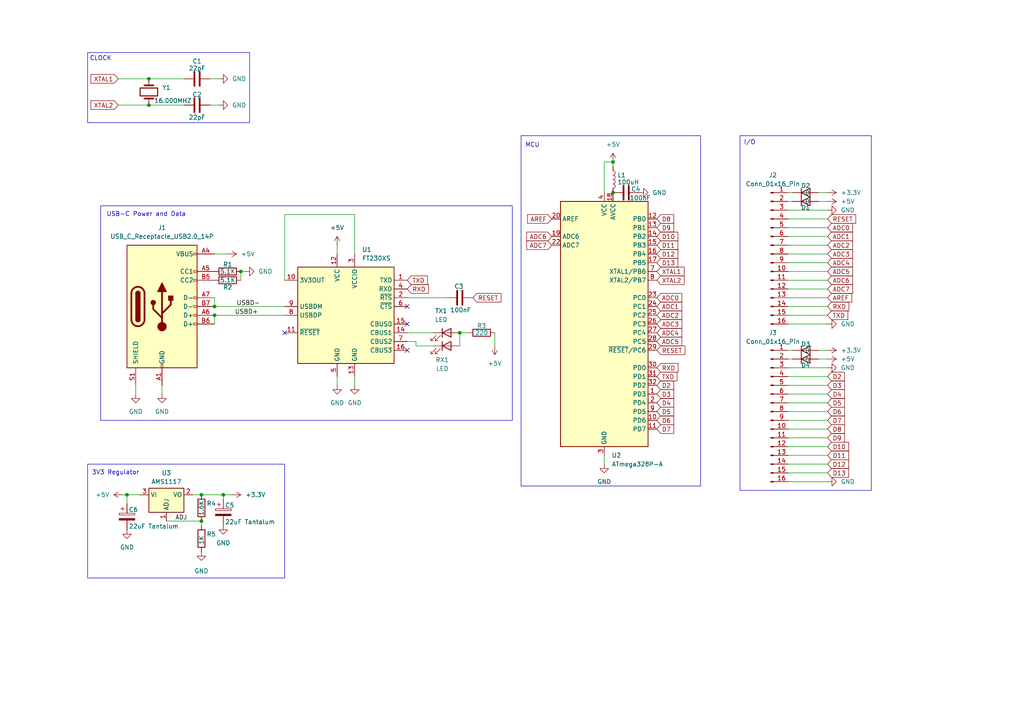
<source format=kicad_sch>
(kicad_sch (version 20250114) (generator "eeschema") (generator_version "9.0")
  (paper "A4")
  (lib_symbols
    (symbol "Connector:Conn_01x16_Pin" (pin_names (offset 1.016) (hide yes))
      (property "Reference" "J" (at 0 20.32 0))
      (property "Value" "Conn_01x16_Pin" (at 0 -22.86 0))
      (symbol "Conn_01x16_Pin_1_1"
        (rectangle (start 0.8636 17.907) (end 0 17.653) (stroke (width 0.1524)) (fill (type outline)))
        (rectangle (start 0.8636 15.367) (end 0 15.113) (stroke (width 0.1524)) (fill (type outline)))
        (rectangle (start 0.8636 12.827) (end 0 12.573) (stroke (width 0.1524)) (fill (type outline)))
        (rectangle (start 0.8636 10.287) (end 0 10.033) (stroke (width 0.1524)) (fill (type outline)))
        (rectangle (start 0.8636 7.747) (end 0 7.493) (stroke (width 0.1524)) (fill (type outline)))
        (rectangle (start 0.8636 5.207) (end 0 4.953) (stroke (width 0.1524)) (fill (type outline)))
        (rectangle (start 0.8636 2.667) (end 0 2.413) (stroke (width 0.1524)) (fill (type outline)))
        (rectangle (start 0.8636 0.127) (end 0 -0.127) (stroke (width 0.1524)) (fill (type outline)))
        (rectangle (start 0.8636 -2.413) (end 0 -2.667) (stroke (width 0.1524)) (fill (type outline)))
        (rectangle (start 0.8636 -4.953) (end 0 -5.207) (stroke (width 0.1524)) (fill (type outline)))
        (rectangle (start 0.8636 -7.493) (end 0 -7.747) (stroke (width 0.1524)) (fill (type outline)))
        (rectangle (start 0.8636 -10.033) (end 0 -10.287) (stroke (width 0.1524)) (fill (type outline)))
        (rectangle (start 0.8636 -12.573) (end 0 -12.827) (stroke (width 0.1524)) (fill (type outline)))
        (rectangle (start 0.8636 -15.113) (end 0 -15.367) (stroke (width 0.1524)) (fill (type outline)))
        (rectangle (start 0.8636 -17.653) (end 0 -17.907) (stroke (width 0.1524)) (fill (type outline)))
        (rectangle (start 0.8636 -20.193) (end 0 -20.447) (stroke (width 0.1524)) (fill (type outline)))
        (polyline (pts (xy 1.27 17.78) (xy 0.8636 17.78)) (stroke (width 0.1524)))
        (polyline (pts (xy 1.27 15.24) (xy 0.8636 15.24)) (stroke (width 0.1524)))
        (polyline (pts (xy 1.27 12.7) (xy 0.8636 12.7)) (stroke (width 0.1524)))
        (polyline (pts (xy 1.27 10.16) (xy 0.8636 10.16)) (stroke (width 0.1524)))
        (polyline (pts (xy 1.27 7.62) (xy 0.8636 7.62)) (stroke (width 0.1524)))
        (polyline (pts (xy 1.27 5.08) (xy 0.8636 5.08)) (stroke (width 0.1524)))
        (polyline (pts (xy 1.27 2.54) (xy 0.8636 2.54)) (stroke (width 0.1524)))
        (polyline (pts (xy 1.27 0) (xy 0.8636 0)) (stroke (width 0.1524)))
        (polyline (pts (xy 1.27 -2.54) (xy 0.8636 -2.54)) (stroke (width 0.1524)))
        (polyline (pts (xy 1.27 -5.08) (xy 0.8636 -5.08)) (stroke (width 0.1524)))
        (polyline (pts (xy 1.27 -7.62) (xy 0.8636 -7.62)) (stroke (width 0.1524)))
        (polyline (pts (xy 1.27 -10.16) (xy 0.8636 -10.16)) (stroke (width 0.1524)))
        (polyline (pts (xy 1.27 -12.7) (xy 0.8636 -12.7)) (stroke (width 0.1524)))
        (polyline (pts (xy 1.27 -15.24) (xy 0.8636 -15.24)) (stroke (width 0.1524)))
        (polyline (pts (xy 1.27 -17.78) (xy 0.8636 -17.78)) (stroke (width 0.1524)))
        (polyline (pts (xy 1.27 -20.32) (xy 0.8636 -20.32)) (stroke (width 0.1524)))
        (pin passive line (at 5.08 17.78 180) (length 3.81) (name "Pin_1") (number "1"))
        (pin passive line (at 5.08 15.24 180) (length 3.81) (name "Pin_2") (number "2"))
        (pin passive line (at 5.08 12.7 180) (length 3.81) (name "Pin_3") (number "3"))
        (pin passive line (at 5.08 10.16 180) (length 3.81) (name "Pin_4") (number "4"))
        (pin passive line (at 5.08 7.62 180) (length 3.81) (name "Pin_5") (number "5"))
        (pin passive line (at 5.08 5.08 180) (length 3.81) (name "Pin_6") (number "6"))
        (pin passive line (at 5.08 2.54 180) (length 3.81) (name "Pin_7") (number "7"))
        (pin passive line (at 5.08 0 180) (length 3.81) (name "Pin_8") (number "8"))
        (pin passive line (at 5.08 -2.54 180) (length 3.81) (name "Pin_9") (number "9"))
        (pin passive line (at 5.08 -5.08 180) (length 3.81) (name "Pin_10") (number "10"))
        (pin passive line (at 5.08 -7.62 180) (length 3.81) (name "Pin_11") (number "11"))
        (pin passive line (at 5.08 -10.16 180) (length 3.81) (name "Pin_12") (number "12"))
        (pin passive line (at 5.08 -12.7 180) (length 3.81) (name "Pin_13") (number "13"))
        (pin passive line (at 5.08 -15.24 180) (length 3.81) (name "Pin_14") (number "14"))
        (pin passive line (at 5.08 -17.78 180) (length 3.81) (name "Pin_15") (number "15"))
        (pin passive line (at 5.08 -20.32 180) (length 3.81) (name "Pin_16") (number "16"))
      )
    )
    (symbol "Connector:USB_C_Receptacle_USB2.0_14P" (pin_names (offset 1.016))
      (property "Reference" "J" (at 0 22.225 0))
      (property "Value" "USB_C_Receptacle_USB2.0_14P" (at 0 19.685 0))
      (symbol "USB_C_Receptacle_USB2.0_14P_0_0"
        (rectangle (start -0.254 -17.78) (end 0.254 -16.764))
        (rectangle (start 10.16 15.494) (end 9.144 14.986))
        (rectangle (start 10.16 10.414) (end 9.144 9.906))
        (rectangle (start 10.16 7.874) (end 9.144 7.366))
        (rectangle (start 10.16 2.794) (end 9.144 2.286))
        (rectangle (start 10.16 0.254) (end 9.144 -0.254))
        (rectangle (start 10.16 -2.286) (end 9.144 -2.794))
        (rectangle (start 10.16 -4.826) (end 9.144 -5.334))
      )
      (symbol "USB_C_Receptacle_USB2.0_14P_0_1"
        (rectangle (start -10.16 17.78) (end 10.16 -17.78) (stroke (width 0.254)) (fill (type background)))
        (polyline (pts (xy -8.89 -3.81) (xy -8.89 3.81)) (stroke (width 0.508)))
        (rectangle (start -7.62 -3.81) (end -6.35 3.81) (stroke (width 0.254)) (fill (type outline)))
        (arc (start -7.62 3.81) (mid -6.985 4.4423) (end -6.35 3.81) (stroke (width 0.254)))
        (arc (start -7.62 3.81) (mid -6.985 4.4423) (end -6.35 3.81) (stroke (width 0.254)) (fill (type outline)))
        (arc (start -8.89 3.81) (mid -6.985 5.7067) (end -5.08 3.81) (stroke (width 0.508)))
        (arc (start -5.08 -3.81) (mid -6.985 -5.7067) (end -8.89 -3.81) (stroke (width 0.508)))
        (arc (start -6.35 -3.81) (mid -6.985 -4.4423) (end -7.62 -3.81) (stroke (width 0.254)))
        (arc (start -6.35 -3.81) (mid -6.985 -4.4423) (end -7.62 -3.81) (stroke (width 0.254)) (fill (type outline)))
        (polyline (pts (xy -5.08 3.81) (xy -5.08 -3.81)) (stroke (width 0.508)))
        (circle (center -2.54 1.143) (radius 0.635) (stroke (width 0.254)) (fill (type outline)))
        (polyline (pts (xy -1.27 4.318) (xy 0 6.858) (xy 1.27 4.318) (xy -1.27 4.318)) (stroke (width 0.254)) (fill (type outline)))
        (polyline (pts (xy 0 -2.032) (xy 2.54 0.508) (xy 2.54 1.778)) (stroke (width 0.508)))
        (polyline (pts (xy 0 -3.302) (xy -2.54 -0.762) (xy -2.54 0.508)) (stroke (width 0.508)))
        (polyline (pts (xy 0 -5.842) (xy 0 4.318)) (stroke (width 0.508)))
        (circle (center 0 -5.842) (radius 1.27) (fill (type outline)))
        (rectangle (start 1.905 1.778) (end 3.175 3.048) (stroke (width 0.254)) (fill (type outline)))
      )
      (symbol "USB_C_Receptacle_USB2.0_14P_1_1"
        (pin passive line (at -7.62 -22.86 90) (length 5.08) (name "SHIELD") (number "S1"))
        (pin passive line (at 0 -22.86 90) (length 5.08) (name "GND") (number "A1"))
        (pin passive line (at 0 -22.86 90) (length 5.08) (hide yes) (name "GND") (number "A12"))
        (pin passive line (at 0 -22.86 90) (length 5.08) (hide yes) (name "GND") (number "B1"))
        (pin passive line (at 0 -22.86 90) (length 5.08) (hide yes) (name "GND") (number "B12"))
        (pin passive line (at 15.24 15.24 180) (length 5.08) (name "VBUS") (number "A4"))
        (pin passive line (at 15.24 15.24 180) (length 5.08) (hide yes) (name "VBUS") (number "A9"))
        (pin passive line (at 15.24 15.24 180) (length 5.08) (hide yes) (name "VBUS") (number "B4"))
        (pin passive line (at 15.24 15.24 180) (length 5.08) (hide yes) (name "VBUS") (number "B9"))
        (pin bidirectional line (at 15.24 10.16 180) (length 5.08) (name "CC1") (number "A5"))
        (pin bidirectional line (at 15.24 7.62 180) (length 5.08) (name "CC2") (number "B5"))
        (pin bidirectional line (at 15.24 2.54 180) (length 5.08) (name "D-") (number "A7"))
        (pin bidirectional line (at 15.24 0 180) (length 5.08) (name "D-") (number "B7"))
        (pin bidirectional line (at 15.24 -2.54 180) (length 5.08) (name "D+") (number "A6"))
        (pin bidirectional line (at 15.24 -5.08 180) (length 5.08) (name "D+") (number "B6"))
      )
    )
    (symbol "Device:C" (pin_numbers (hide yes)) (pin_names (offset 0.254))
      (property "Reference" "C" (at 0.635 2.54 0))
      (property "Value" "C" (at 0.635 -2.54 0))
      (symbol "C_0_1"
        (polyline (pts (xy -2.032 0.762) (xy 2.032 0.762)) (stroke (width 0.508)))
        (polyline (pts (xy -2.032 -0.762) (xy 2.032 -0.762)) (stroke (width 0.508)))
      )
      (symbol "C_1_1"
        (pin passive line (at 0 3.81 270) (length 2.794) (name "~") (number "1"))
        (pin passive line (at 0 -3.81 90) (length 2.794) (name "~") (number "2"))
      )
    )
    (symbol "Device:C_Polarized" (pin_numbers (hide yes)) (pin_names (offset 0.254))
      (property "Reference" "C" (at 0.635 2.54 0))
      (property "Value" "C_Polarized" (at 0.635 -2.54 0))
      (symbol "C_Polarized_0_1"
        (rectangle (start -2.286 0.508) (end 2.286 1.016))
        (polyline (pts (xy -1.778 2.286) (xy -0.762 2.286)))
        (polyline (pts (xy -1.27 2.794) (xy -1.27 1.778)))
        (rectangle (start 2.286 -0.508) (end -2.286 -1.016) (fill (type outline)))
      )
      (symbol "C_Polarized_1_1"
        (pin passive line (at 0 3.81 270) (length 2.794) (name "~") (number "1"))
        (pin passive line (at 0 -3.81 90) (length 2.794) (name "~") (number "2"))
      )
    )
    (symbol "Device:Crystal" (pin_numbers (hide yes)) (pin_names (offset 1.016) (hide yes))
      (property "Reference" "Y1" (at 1.2701 -3.81 90))
      (property "Value" "16.000MHZ" (at -2.54 -1.524 90))
      (symbol "Crystal_0_1"
        (polyline (pts (xy -2.54 0) (xy -1.905 0)))
        (polyline (pts (xy -1.905 -1.27) (xy -1.905 1.27)) (stroke (width 0.508)))
        (rectangle (start -1.143 2.54) (end 1.143 -2.54) (stroke (width 0.3048)))
        (polyline (pts (xy 1.905 -1.27) (xy 1.905 1.27)) (stroke (width 0.508)))
        (polyline (pts (xy 2.54 0) (xy 1.905 0)))
      )
      (symbol "Crystal_1_1"
        (pin passive line (at -3.81 0 0) (length 1.27) (name "1") (number "1"))
        (pin passive line (at 3.81 0 180) (length 1.27) (name "4") (number "4"))
      )
    )
    (symbol "Device:D" (pin_numbers (hide yes)) (pin_names (offset 1.016) (hide yes))
      (property "Reference" "D" (at 0 2.54 0))
      (property "Value" "D" (at 0 -2.54 0))
      (symbol "D_0_1"
        (polyline (pts (xy -1.27 1.27) (xy -1.27 -1.27)) (stroke (width 0.254)))
        (polyline (pts (xy 1.27 1.27) (xy 1.27 -1.27) (xy -1.27 0) (xy 1.27 1.27)) (stroke (width 0.254)))
        (polyline (pts (xy 1.27 0) (xy -1.27 0)))
      )
      (symbol "D_1_1"
        (pin passive line (at -3.81 0 0) (length 2.54) (name "K") (number "1"))
        (pin passive line (at 3.81 0 180) (length 2.54) (name "A") (number "2"))
      )
    )
    (symbol "Device:L" (pin_numbers (hide yes)) (pin_names (offset 1.016) (hide yes))
      (property "Reference" "L" (at -1.27 0 90))
      (property "Value" "L" (at 1.905 0 90))
      (symbol "L_0_1"
        (arc (start 0 2.54) (mid 0.6323 1.905) (end 0 1.27))
        (arc (start 0 1.27) (mid 0.6323 0.635) (end 0 0))
        (arc (start 0 0) (mid 0.6323 -0.635) (end 0 -1.27))
        (arc (start 0 -1.27) (mid 0.6323 -1.905) (end 0 -2.54))
      )
      (symbol "L_1_1"
        (pin passive line (at 0 3.81 270) (length 1.27) (name "1") (number "1"))
        (pin passive line (at 0 -3.81 90) (length 1.27) (name "2") (number "2"))
      )
    )
    (symbol "Device:LED" (pin_numbers (hide yes)) (pin_names (offset 1.016) (hide yes))
      (property "Reference" "D" (at 0 2.54 0))
      (property "Value" "LED" (at 0 -2.54 0))
      (symbol "LED_0_1"
        (polyline (pts (xy -3.048 -0.762) (xy -4.572 -2.286) (xy -3.81 -2.286) (xy -4.572 -2.286) (xy -4.572 -1.524)))
        (polyline (pts (xy -1.778 -0.762) (xy -3.302 -2.286) (xy -2.54 -2.286) (xy -3.302 -2.286) (xy -3.302 -1.524)))
        (polyline (pts (xy -1.27 0) (xy 1.27 0)))
        (polyline (pts (xy -1.27 -1.27) (xy -1.27 1.27)) (stroke (width 0.254)))
        (polyline (pts (xy 1.27 -1.27) (xy 1.27 1.27) (xy -1.27 0) (xy 1.27 -1.27)) (stroke (width 0.254)))
      )
      (symbol "LED_1_1"
        (pin passive line (at -3.81 0 0) (length 2.54) (name "K") (number "1"))
        (pin passive line (at 3.81 0 180) (length 2.54) (name "A") (number "2"))
      )
    )
    (symbol "Device:R" (pin_numbers (hide yes)) (pin_names (offset 0))
      (property "Reference" "R" (at 2.032 0 90))
      (property "Value" "R" (at 0 0 90))
      (symbol "R_0_1"
        (rectangle (start -1.016 -2.54) (end 1.016 2.54) (stroke (width 0.254)))
      )
      (symbol "R_1_1"
        (pin passive line (at 0 3.81 270) (length 1.27) (name "~") (number "1"))
        (pin passive line (at 0 -3.81 90) (length 1.27) (name "~") (number "2"))
      )
    )
    (symbol "Interface_USB:FT230XS"
      (property "Reference" "U" (at -13.97 15.24 0))
      (property "Value" "FT230XS" (at 7.62 15.24 0))
      (symbol "FT230XS_0_1"
        (rectangle (start -13.97 13.97) (end 13.97 -13.97) (stroke (width 0.254)) (fill (type background)))
      )
      (symbol "FT230XS_1_1"
        (pin power_out line (at -17.78 10.16 0) (length 3.81) (name "3V3OUT") (number "10"))
        (pin bidirectional line (at -17.78 2.54 0) (length 3.81) (name "USBDM") (number "9"))
        (pin bidirectional line (at -17.78 0 0) (length 3.81) (name "USBDP") (number "8"))
        (pin input line (at -17.78 -5.08 0) (length 3.81) (name "~{RESET}") (number "11"))
        (pin power_in line (at -2.54 17.78 270) (length 3.81) (name "VCC") (number "12"))
        (pin power_in line (at -2.54 -17.78 90) (length 3.81) (name "GND") (number "5"))
        (pin power_in line (at 2.54 17.78 270) (length 3.81) (name "VCCIO") (number "3"))
        (pin power_in line (at 2.54 -17.78 90) (length 3.81) (name "GND") (number "13"))
        (pin output line (at 17.78 10.16 180) (length 3.81) (name "TXD") (number "1"))
        (pin input line (at 17.78 7.62 180) (length 3.81) (name "RXD") (number "4"))
        (pin output line (at 17.78 5.08 180) (length 3.81) (name "~{RTS}") (number "2"))
        (pin input line (at 17.78 2.54 180) (length 3.81) (name "~{CTS}") (number "6"))
        (pin bidirectional line (at 17.78 -2.54 180) (length 3.81) (name "CBUS0") (number "15"))
        (pin bidirectional line (at 17.78 -5.08 180) (length 3.81) (name "CBUS1") (number "14"))
        (pin bidirectional line (at 17.78 -7.62 180) (length 3.81) (name "CBUS2") (number "7"))
        (pin bidirectional line (at 17.78 -10.16 180) (length 3.81) (name "CBUS3") (number "16"))
      )
    )
    (symbol "MCU_Microchip_ATmega:ATmega328P-A"
      (property "Reference" "U" (at -12.7 36.83 0))
      (property "Value" "ATmega328P-A" (at 2.54 -36.83 0))
      (symbol "ATmega328P-A_0_1"
        (rectangle (start -12.7 -35.56) (end 12.7 35.56) (stroke (width 0.254)) (fill (type background)))
      )
      (symbol "ATmega328P-A_1_1"
        (pin passive line (at -15.24 30.48 0) (length 2.54) (name "AREF") (number "20"))
        (pin input line (at -15.24 25.4 0) (length 2.54) (name "ADC6") (number "19"))
        (pin input line (at -15.24 22.86 0) (length 2.54) (name "ADC7") (number "22"))
        (pin power_in line (at 0 38.1 270) (length 2.54) (name "VCC") (number "4"))
        (pin passive line (at 0 38.1 270) (length 2.54) (hide yes) (name "VCC") (number "6"))
        (pin passive line (at 0 -38.1 90) (length 2.54) (hide yes) (name "GND") (number "21"))
        (pin power_in line (at 0 -38.1 90) (length 2.54) (name "GND") (number "3"))
        (pin passive line (at 0 -38.1 90) (length 2.54) (hide yes) (name "GND") (number "5"))
        (pin power_in line (at 2.54 38.1 270) (length 2.54) (name "AVCC") (number "18"))
        (pin bidirectional line (at 15.24 30.48 180) (length 2.54) (name "PB0") (number "12"))
        (pin bidirectional line (at 15.24 27.94 180) (length 2.54) (name "PB1") (number "13"))
        (pin bidirectional line (at 15.24 25.4 180) (length 2.54) (name "PB2") (number "14"))
        (pin bidirectional line (at 15.24 22.86 180) (length 2.54) (name "PB3") (number "15"))
        (pin bidirectional line (at 15.24 20.32 180) (length 2.54) (name "PB4") (number "16"))
        (pin bidirectional line (at 15.24 17.78 180) (length 2.54) (name "PB5") (number "17"))
        (pin bidirectional line (at 15.24 15.24 180) (length 2.54) (name "XTAL1/PB6") (number "7"))
        (pin bidirectional line (at 15.24 12.7 180) (length 2.54) (name "XTAL2/PB7") (number "8"))
        (pin bidirectional line (at 15.24 7.62 180) (length 2.54) (name "PC0") (number "23"))
        (pin bidirectional line (at 15.24 5.08 180) (length 2.54) (name "PC1") (number "24"))
        (pin bidirectional line (at 15.24 2.54 180) (length 2.54) (name "PC2") (number "25"))
        (pin bidirectional line (at 15.24 0 180) (length 2.54) (name "PC3") (number "26"))
        (pin bidirectional line (at 15.24 -2.54 180) (length 2.54) (name "PC4") (number "27"))
        (pin bidirectional line (at 15.24 -5.08 180) (length 2.54) (name "PC5") (number "28"))
        (pin bidirectional line (at 15.24 -7.62 180) (length 2.54) (name "~{RESET}/PC6") (number "29"))
        (pin bidirectional line (at 15.24 -12.7 180) (length 2.54) (name "PD0") (number "30"))
        (pin bidirectional line (at 15.24 -15.24 180) (length 2.54) (name "PD1") (number "31"))
        (pin bidirectional line (at 15.24 -17.78 180) (length 2.54) (name "PD2") (number "32"))
        (pin bidirectional line (at 15.24 -20.32 180) (length 2.54) (name "PD3") (number "1"))
        (pin bidirectional line (at 15.24 -22.86 180) (length 2.54) (name "PD4") (number "2"))
        (pin bidirectional line (at 15.24 -25.4 180) (length 2.54) (name "PD5") (number "9"))
        (pin bidirectional line (at 15.24 -27.94 180) (length 2.54) (name "PD6") (number "10"))
        (pin bidirectional line (at 15.24 -30.48 180) (length 2.54) (name "PD7") (number "11"))
      )
    )
    (symbol "Regulator_Linear:AMS1117"
      (property "Reference" "U" (at -3.81 3.175 0))
      (property "Value" "AMS1117" (at 0 3.175 0))
      (symbol "AMS1117_0_1"
        (rectangle (start -5.08 -5.08) (end 5.08 1.905) (stroke (width 0.254)) (fill (type background)))
      )
      (symbol "AMS1117_1_1"
        (pin power_in line (at -7.62 0 0) (length 2.54) (name "VI") (number "3"))
        (pin input line (at 0 -7.62 90) (length 2.54) (name "ADJ") (number "1"))
        (pin power_out line (at 7.62 0 180) (length 2.54) (name "VO") (number "2"))
      )
    )
    (symbol "power:+3.3V" (power) (pin_numbers (hide yes)) (pin_names (offset 0) (hide yes))
      (property "Value" "+3.3V" (at 0 3.556 0))
      (symbol "+3.3V_0_1"
        (polyline (pts (xy -0.762 1.27) (xy 0 2.54)))
        (polyline (pts (xy 0 2.54) (xy 0.762 1.27)))
        (polyline (pts (xy 0 0) (xy 0 2.54)))
      )
      (symbol "+3.3V_1_1"
        (pin power_in line (at 0 0 90) (length 0) (name "~") (number "1"))
      )
    )
    (symbol "power:+5V" (power) (pin_numbers (hide yes)) (pin_names (offset 0) (hide yes))
      (property "Value" "+5V" (at 0 3.556 0))
      (symbol "+5V_0_1"
        (polyline (pts (xy -0.762 1.27) (xy 0 2.54)))
        (polyline (pts (xy 0 2.54) (xy 0.762 1.27)))
        (polyline (pts (xy 0 0) (xy 0 2.54)))
      )
      (symbol "+5V_1_1"
        (pin power_in line (at 0 0 90) (length 0) (name "~") (number "1"))
      )
    )
    (symbol "power:GND" (power) (pin_numbers (hide yes)) (pin_names (offset 0) (hide yes))
      (property "Value" "GND" (at 0 -3.81 0))
      (symbol "GND_0_1"
        (polyline (pts (xy 0 0) (xy 0 -1.27) (xy 1.27 -1.27) (xy 0 -2.54) (xy -1.27 -1.27) (xy 0 -1.27)))
      )
      (symbol "GND_1_1"
        (pin power_in line (at 0 0 270) (length 0) (name "~") (number "1"))
      )
    )
  )
  (rectangle (start 214.63 39.37) (end 252.73 142.24))
  (rectangle (start 29.21 59.69) (end 148.59 121.92))
  (rectangle (start 25.4 134.62) (end 82.55 167.64))
  (rectangle (start 151.13 39.37) (end 203.2 140.97))
  (rectangle (start 25.4 15.24) (end 72.39 35.56))
  (text "MCU" (at 154.432 42.164 0) (effects (font (size 1.27 1.27))))
  (text "3V3 Regulator" (at 33.528 137.16 0) (effects (font (size 1.27 1.27))))
  (text "USB-C Power and Data\n" (at 42.418 62.23 0) (effects (font (size 1.27 1.27))))
  (text "CLOCK\n" (at 29.21 17.018 0) (effects (font (size 1.27 1.27))))
  (text "I/O" (at 217.424 41.402 0) (effects (font (size 1.27 1.27))))
  (junction (at 177.8 55.88))
  (junction (at 62.23 91.44))
  (junction (at 36.83 143.51))
  (junction (at 58.42 151.13))
  (junction (at 69.85 78.74))
  (junction (at 133.35 96.52))
  (junction (at 64.77 143.51))
  (junction (at 58.42 143.51))
  (junction (at 177.8 46.99))
  (junction (at 62.23 88.9))
  (junction (at 43.18 30.48))
  (junction (at 43.18 22.86))
  (no_connect (at 118.11 101.6))
  (no_connect (at 118.11 93.98))
  (no_connect (at 118.11 88.9))
  (no_connect (at 82.55 96.52))
  (wire (pts (xy 228.6 134.62) (xy 240.03 134.62)))
  (wire (pts (xy 48.26 151.13) (xy 58.42 151.13)))
  (wire (pts (xy 82.55 62.23) (xy 102.87 62.23)))
  (wire (pts (xy 175.26 132.08) (xy 175.26 134.62)))
  (wire (pts (xy 82.55 81.28) (xy 82.55 62.23)))
  (wire (pts (xy 237.49 55.88) (xy 240.03 55.88)))
  (wire (pts (xy 69.85 78.74) (xy 71.12 78.74)))
  (wire (pts (xy 228.6 60.96) (xy 240.03 60.96)))
  (wire (pts (xy 60.96 22.86) (xy 63.5 22.86)))
  (wire (pts (xy 228.6 66.04) (xy 240.03 66.04)))
  (wire (pts (xy 43.18 22.86) (xy 53.34 22.86)))
  (wire (pts (xy 97.79 71.12) (xy 97.79 73.66)))
  (wire (pts (xy 143.51 96.52) (xy 143.51 100.33)))
  (wire (pts (xy 228.6 88.9) (xy 240.03 88.9)))
  (wire (pts (xy 228.6 78.74) (xy 240.03 78.74)))
  (wire (pts (xy 228.6 139.7) (xy 240.03 139.7)))
  (wire (pts (xy 35.56 143.51) (xy 36.83 143.51)))
  (wire (pts (xy 58.42 151.13) (xy 58.42 152.4)))
  (wire (pts (xy 62.23 86.36) (xy 62.23 88.9)))
  (wire (pts (xy 46.99 111.76) (xy 46.99 114.3)))
  (wire (pts (xy 129.54 86.36) (xy 118.11 86.36)))
  (wire (pts (xy 118.11 96.52) (xy 125.73 96.52)))
  (wire (pts (xy 228.6 93.98) (xy 240.03 93.98)))
  (wire (pts (xy 60.96 30.48) (xy 63.5 30.48)))
  (wire (pts (xy 62.23 91.44) (xy 62.23 93.98)))
  (wire (pts (xy 228.6 81.28) (xy 240.03 81.28)))
  (wire (pts (xy 228.6 111.76) (xy 240.03 111.76)))
  (wire (pts (xy 228.6 83.82) (xy 240.03 83.82)))
  (wire (pts (xy 228.6 127) (xy 240.03 127)))
  (wire (pts (xy 120.65 100.33) (xy 120.65 99.06)))
  (wire (pts (xy 228.6 86.36) (xy 240.03 86.36)))
  (wire (pts (xy 34.29 30.48) (xy 43.18 30.48)))
  (wire (pts (xy 125.73 100.33) (xy 120.65 100.33)))
  (wire (pts (xy 62.23 91.44) (xy 82.55 91.44)))
  (wire (pts (xy 237.49 58.42) (xy 240.03 58.42)))
  (wire (pts (xy 177.8 46.99) (xy 175.26 46.99)))
  (wire (pts (xy 228.6 106.68) (xy 240.03 106.68)))
  (wire (pts (xy 55.88 143.51) (xy 58.42 143.51)))
  (wire (pts (xy 228.6 101.6) (xy 229.87 101.6)))
  (wire (pts (xy 228.6 119.38) (xy 240.03 119.38)))
  (wire (pts (xy 177.8 46.99) (xy 177.8 48.26)))
  (wire (pts (xy 175.26 46.99) (xy 175.26 55.88)))
  (wire (pts (xy 133.35 96.52) (xy 133.35 100.33)))
  (wire (pts (xy 228.6 109.22) (xy 240.03 109.22)))
  (wire (pts (xy 228.6 68.58) (xy 240.03 68.58)))
  (wire (pts (xy 228.6 121.92) (xy 240.03 121.92)))
  (wire (pts (xy 39.37 111.76) (xy 39.37 114.3)))
  (wire (pts (xy 34.29 22.86) (xy 43.18 22.86)))
  (wire (pts (xy 36.83 143.51) (xy 36.83 146.05)))
  (wire (pts (xy 64.77 143.51) (xy 67.31 143.51)))
  (wire (pts (xy 228.6 91.44) (xy 240.03 91.44)))
  (wire (pts (xy 69.85 78.74) (xy 69.85 81.28)))
  (wire (pts (xy 228.6 58.42) (xy 229.87 58.42)))
  (wire (pts (xy 64.77 143.51) (xy 64.77 144.78)))
  (wire (pts (xy 58.42 143.51) (xy 64.77 143.51)))
  (wire (pts (xy 228.6 124.46) (xy 240.03 124.46)))
  (wire (pts (xy 228.6 104.14) (xy 229.87 104.14)))
  (wire (pts (xy 228.6 73.66) (xy 240.03 73.66)))
  (wire (pts (xy 237.49 104.14) (xy 240.03 104.14)))
  (wire (pts (xy 133.35 96.52) (xy 135.89 96.52)))
  (wire (pts (xy 102.87 62.23) (xy 102.87 73.66)))
  (wire (pts (xy 228.6 76.2) (xy 240.03 76.2)))
  (wire (pts (xy 43.18 30.48) (xy 53.34 30.48)))
  (wire (pts (xy 228.6 137.16) (xy 240.03 137.16)))
  (wire (pts (xy 228.6 116.84) (xy 240.03 116.84)))
  (wire (pts (xy 102.87 109.22) (xy 102.87 111.76)))
  (wire (pts (xy 228.6 129.54) (xy 240.03 129.54)))
  (wire (pts (xy 228.6 71.12) (xy 240.03 71.12)))
  (wire (pts (xy 62.23 88.9) (xy 82.55 88.9)))
  (wire (pts (xy 62.23 73.66) (xy 66.04 73.66)))
  (wire (pts (xy 228.6 114.3) (xy 240.03 114.3)))
  (wire (pts (xy 120.65 99.06) (xy 118.11 99.06)))
  (wire (pts (xy 228.6 132.08) (xy 240.03 132.08)))
  (wire (pts (xy 36.83 143.51) (xy 40.64 143.51)))
  (wire (pts (xy 97.79 109.22) (xy 97.79 111.76)))
  (wire (pts (xy 228.6 55.88) (xy 229.87 55.88)))
  (wire (pts (xy 228.6 63.5) (xy 240.03 63.5)))
  (wire (pts (xy 237.49 101.6) (xy 240.03 101.6)))
  (label "USBD-" (at 68.58 88.9 0))
  (label "ADJ" (at 50.8 151.13 0))
  (label "USBD+" (at 74.93 91.44 180))
  (global_label "ADC7" (shape input) (at 240.03 83.82 0) (property "Intersheetrefs" "${INTERSHEET_REFS}" (effects (hide yes))))
  (global_label "D8" (shape input) (at 190.5 63.5 0) (property "Intersheetrefs" "${INTERSHEET_REFS}" (effects (hide yes))))
  (global_label "D2" (shape input) (at 240.03 109.22 0) (property "Intersheetrefs" "${INTERSHEET_REFS}" (effects (hide yes))))
  (global_label "XTAL2" (shape input) (at 190.5 81.28 0) (property "Intersheetrefs" "${INTERSHEET_REFS}" (effects (hide yes))))
  (global_label "D9" (shape input) (at 190.5 66.04 0) (property "Intersheetrefs" "${INTERSHEET_REFS}" (effects (hide yes))))
  (global_label "D3" (shape input) (at 190.5 114.3 0) (property "Intersheetrefs" "${INTERSHEET_REFS}" (effects (hide yes))))
  (global_label "ADC4" (shape input) (at 190.5 96.52 0) (property "Intersheetrefs" "${INTERSHEET_REFS}" (effects (hide yes))))
  (global_label "ADC1" (shape input) (at 240.03 68.58 0) (property "Intersheetrefs" "${INTERSHEET_REFS}" (effects (hide yes))))
  (global_label "D4" (shape input) (at 240.03 114.3 0) (property "Intersheetrefs" "${INTERSHEET_REFS}" (effects (hide yes))))
  (global_label "ADC1" (shape input) (at 190.5 88.9 0) (property "Intersheetrefs" "${INTERSHEET_REFS}" (effects (hide yes))))
  (global_label "ADC3" (shape input) (at 190.5 93.98 0) (property "Intersheetrefs" "${INTERSHEET_REFS}" (effects (hide yes))))
  (global_label "D13" (shape input) (at 240.03 137.16 0) (property "Intersheetrefs" "${INTERSHEET_REFS}" (effects (hide yes))))
  (global_label "AREF" (shape input) (at 240.03 86.36 0) (property "Intersheetrefs" "${INTERSHEET_REFS}" (effects (hide yes))))
  (global_label "AREF" (shape input) (at 160.02 63.5 180) (property "Intersheetrefs" "${INTERSHEET_REFS}" (effects (hide yes))))
  (global_label "ADC0" (shape input) (at 190.5 86.36 0) (property "Intersheetrefs" "${INTERSHEET_REFS}" (effects (hide yes))))
  (global_label "RESET" (shape input) (at 240.03 63.5 0) (property "Intersheetrefs" "${INTERSHEET_REFS}" (effects (hide yes))))
  (global_label "RXD" (shape input) (at 240.03 88.9 0) (property "Intersheetrefs" "${INTERSHEET_REFS}" (effects (hide yes))))
  (global_label "D8" (shape input) (at 240.03 124.46 0) (property "Intersheetrefs" "${INTERSHEET_REFS}" (effects (hide yes))))
  (global_label "TXD" (shape input) (at 190.5 109.22 0) (property "Intersheetrefs" "${INTERSHEET_REFS}" (effects (hide yes))))
  (global_label "D2" (shape input) (at 190.5 111.76 0) (property "Intersheetrefs" "${INTERSHEET_REFS}" (effects (hide yes))))
  (global_label "RESET" (shape input) (at 190.5 101.6 0) (property "Intersheetrefs" "${INTERSHEET_REFS}" (effects (hide yes))))
  (global_label "D12" (shape input) (at 190.5 73.66 0) (property "Intersheetrefs" "${INTERSHEET_REFS}" (effects (hide yes))))
  (global_label "ADC7" (shape input) (at 160.02 71.12 180) (property "Intersheetrefs" "${INTERSHEET_REFS}" (effects (hide yes))))
  (global_label "ADC5" (shape input) (at 240.03 78.74 0) (property "Intersheetrefs" "${INTERSHEET_REFS}" (effects (hide yes))))
  (global_label "ADC0" (shape input) (at 240.03 66.04 0) (property "Intersheetrefs" "${INTERSHEET_REFS}" (effects (hide yes))))
  (global_label "D6" (shape input) (at 240.03 119.38 0) (property "Intersheetrefs" "${INTERSHEET_REFS}" (effects (hide yes))))
  (global_label "D5" (shape input) (at 190.5 119.38 0) (property "Intersheetrefs" "${INTERSHEET_REFS}" (effects (hide yes))))
  (global_label "D10" (shape input) (at 190.5 68.58 0) (property "Intersheetrefs" "${INTERSHEET_REFS}" (effects (hide yes))))
  (global_label "RXD" (shape input) (at 190.5 106.68 0) (property "Intersheetrefs" "${INTERSHEET_REFS}" (effects (hide yes))))
  (global_label "ADC6" (shape input) (at 240.03 81.28 0) (property "Intersheetrefs" "${INTERSHEET_REFS}" (effects (hide yes))))
  (global_label "XTAL1" (shape input) (at 34.29 22.86 180) (property "Intersheetrefs" "${INTERSHEET_REFS}" (effects (hide yes))))
  (global_label "D11" (shape input) (at 240.03 132.08 0) (property "Intersheetrefs" "${INTERSHEET_REFS}" (effects (hide yes))))
  (global_label "ADC2" (shape input) (at 190.5 91.44 0) (property "Intersheetrefs" "${INTERSHEET_REFS}" (effects (hide yes))))
  (global_label "D10" (shape input) (at 240.03 129.54 0) (property "Intersheetrefs" "${INTERSHEET_REFS}" (effects (hide yes))))
  (global_label "D13" (shape input) (at 190.5 76.2 0) (property "Intersheetrefs" "${INTERSHEET_REFS}" (effects (hide yes))))
  (global_label "D3" (shape input) (at 240.03 111.76 0) (property "Intersheetrefs" "${INTERSHEET_REFS}" (effects (hide yes))))
  (global_label "ADC6" (shape input) (at 160.02 68.58 180) (property "Intersheetrefs" "${INTERSHEET_REFS}" (effects (hide yes))))
  (global_label "XTAL1" (shape input) (at 190.5 78.74 0) (property "Intersheetrefs" "${INTERSHEET_REFS}" (effects (hide yes))))
  (global_label "RESET" (shape input) (at 137.16 86.36 0) (property "Intersheetrefs" "${INTERSHEET_REFS}" (effects (hide yes))))
  (global_label "D9" (shape input) (at 240.03 127 0) (property "Intersheetrefs" "${INTERSHEET_REFS}" (effects (hide yes))))
  (global_label "TXD" (shape input) (at 118.11 81.28 0) (property "Intersheetrefs" "${INTERSHEET_REFS}" (effects (hide yes))))
  (global_label "ADC5" (shape input) (at 190.5 99.06 0) (property "Intersheetrefs" "${INTERSHEET_REFS}" (effects (hide yes))))
  (global_label "D6" (shape input) (at 190.5 121.92 0) (property "Intersheetrefs" "${INTERSHEET_REFS}" (effects (hide yes))))
  (global_label "D4" (shape input) (at 190.5 116.84 0) (property "Intersheetrefs" "${INTERSHEET_REFS}" (effects (hide yes))))
  (global_label "ADC3" (shape input) (at 240.03 73.66 0) (property "Intersheetrefs" "${INTERSHEET_REFS}" (effects (hide yes))))
  (global_label "TXD" (shape input) (at 240.03 91.44 0) (property "Intersheetrefs" "${INTERSHEET_REFS}" (effects (hide yes))))
  (global_label "XTAL2" (shape input) (at 34.29 30.48 180) (property "Intersheetrefs" "${INTERSHEET_REFS}" (effects (hide yes))))
  (global_label "D12" (shape input) (at 240.03 134.62 0) (property "Intersheetrefs" "${INTERSHEET_REFS}" (effects (hide yes))))
  (global_label "D7" (shape input) (at 240.03 121.92 0) (property "Intersheetrefs" "${INTERSHEET_REFS}" (effects (hide yes))))
  (global_label "D11" (shape input) (at 190.5 71.12 0) (property "Intersheetrefs" "${INTERSHEET_REFS}" (effects (hide yes))))
  (global_label "ADC4" (shape input) (at 240.03 76.2 0) (property "Intersheetrefs" "${INTERSHEET_REFS}" (effects (hide yes))))
  (global_label "D5" (shape input) (at 240.03 116.84 0) (property "Intersheetrefs" "${INTERSHEET_REFS}" (effects (hide yes))))
  (global_label "ADC2" (shape input) (at 240.03 71.12 0) (property "Intersheetrefs" "${INTERSHEET_REFS}" (effects (hide yes))))
  (global_label "RXD" (shape input) (at 118.11 83.82 0) (property "Intersheetrefs" "${INTERSHEET_REFS}" (effects (hide yes))))
  (global_label "D7" (shape input) (at 190.5 124.46 0) (property "Intersheetrefs" "${INTERSHEET_REFS}" (effects (hide yes))))
  (symbol (lib_id "Device:R") (at 58.42 147.32 0) (unit 1)
    (property "Reference" "R4" (at 59.944 146.05 0) (effects (justify left)))
    (property "Value" "1.6K" (at 58.42 149.606 90) (effects (justify left)))
    (property "Footprint" "Resistor_SMD:R_0603_1608Metric_Pad0.98x0.95mm_HandSolder" (effects (hide yes)))
    (property "Description" "Resistor" (effects (hide yes)))
  )
  (symbol (lib_id "Connector:Conn_01x16_Pin") (at 223.52 73.66 0) (unit 1)
    (property "Reference" "J2" (at 224.155 50.8 0))
    (property "Value" "Conn_01x16_Pin" (at 224.155 53.34 0))
    (property "Footprint" "Connector_PinHeader_2.54mm:PinHeader_1x16_P2.54mm_Vertical" (effects (hide yes)))
    (property "Description" "Generic connector, single row, 01x16, script generated" (effects (hide yes)))
  )
  (symbol (lib_id "Connector:USB_C_Receptacle_USB2.0_14P") (at 46.99 88.9 0) (unit 1)
    (property "Reference" "J1" (at 46.99 66.04 0))
    (property "Value" "USB_C_Receptacle_USB2.0_14P" (at 46.99 68.58 0))
    (property "Footprint" "Connector_USB:USB_C_Receptacle_HRO_TYPE-C-31-M-12" (effects (hide yes)))
    (property "Datasheet" "https://www.usb.org/sites/default/files/documents/usb_type-c.zip" (effects (hide yes)))
    (property "Description" "USB 2.0-only 14P Type-C Receptacle connector" (effects (hide yes)))
  )
  (symbol (lib_id "Device:R") (at 66.04 81.28 90) (unit 1)
    (property "Reference" "R2" (at 66.04 83.312 90))
    (property "Value" "5.1K" (at 66.04 81.28 90))
    (property "Footprint" "Resistor_SMD:R_0603_1608Metric_Pad0.98x0.95mm_HandSolder" (effects (hide yes)))
    (property "Description" "Resistor" (effects (hide yes)))
  )
  (symbol (lib_id "Regulator_Linear:AMS1117") (at 48.26 143.51 0) (unit 1)
    (property "Reference" "U3" (at 48.26 137.16 0))
    (property "Value" "AMS1117" (at 48.26 139.7 0))
    (property "Footprint" "Package_TO_SOT_SMD:SOT-223-3_TabPin2" (effects (hide yes)))
    (property "Datasheet" "http://www.advanced-monolithic.com/pdf/ds1117.pdf" (effects (hide yes)))
    (property "Description" "1A Low Dropout regulator, positive, adjustable output, SOT-223" (effects (hide yes)))
  )
  (symbol (lib_id "Connector:Conn_01x16_Pin") (at 223.52 119.38 0) (unit 1)
    (property "Reference" "J3" (at 224.155 96.52 0))
    (property "Value" "Conn_01x16_Pin" (at 224.155 99.06 0))
    (property "Footprint" "Connector_PinHeader_2.54mm:PinHeader_1x16_P2.54mm_Vertical" (effects (hide yes)))
    (property "Description" "Generic connector, single row, 01x16, script generated" (effects (hide yes)))
  )
  (symbol (lib_id "power:GND") (at 102.87 111.76 0) (unit 1)
    (property "Reference" "#PWR07" (effects (hide yes)))
    (property "Value" "GND" (at 102.87 116.84 0))
    (property "Description" "Power symbol creates a global label with name \"GND\" , ground" (effects (hide yes)))
  )
  (symbol (lib_id "Device:C_Polarized") (at 64.77 148.59 0) (unit 1)
    (property "Reference" "C5" (at 65.278 146.558 0) (effects (justify left)))
    (property "Value" "22uF Tantalum" (at 65.278 151.384 0) (effects (justify left)))
    (property "Footprint" "Capacitor_Tantalum_SMD:CP_EIA-3216-10_Kemet-I_HandSolder" (effects (hide yes)))
    (property "Description" "Polarized capacitor" (effects (hide yes)))
  )
  (symbol (lib_id "power:GND") (at 185.42 55.88 90) (unit 1)
    (property "Reference" "#PWR014" (effects (hide yes)))
    (property "Value" "GND" (at 189.23 55.8799 90) (effects (justify right)))
    (property "Description" "Power symbol creates a global label with name \"GND\" , ground" (effects (hide yes)))
  )
  (symbol (lib_id "Device:LED") (at 129.54 96.52 0) (unit 1)
    (property "Reference" "TX1" (at 127.9525 90.17 0))
    (property "Value" "LED" (at 127.9525 92.71 0))
    (property "Footprint" "LED_SMD:LED_0201_0603Metric_Pad0.64x0.40mm_HandSolder" (effects (hide yes)))
    (property "Description" "Light emitting diode" (effects (hide yes)))
    (property "Sim.Pins" "1=K 2=A" (effects (hide yes)))
  )
  (symbol (lib_id "power:GND") (at 97.79 111.76 0) (unit 1)
    (property "Reference" "#PWR06" (effects (hide yes)))
    (property "Value" "GND" (at 97.79 116.84 0))
    (property "Description" "Power symbol creates a global label with name \"GND\" , ground" (effects (hide yes)))
  )
  (symbol (lib_id "power:GND") (at 240.03 93.98 90) (unit 1)
    (property "Reference" "#PWR020" (effects (hide yes)))
    (property "Value" "GND" (at 243.84 93.9799 90) (effects (justify right)))
    (property "Description" "Power symbol creates a global label with name \"GND\" , ground" (effects (hide yes)))
  )
  (symbol (lib_id "power:GND") (at 240.03 139.7 90) (unit 1)
    (property "Reference" "#PWR026" (effects (hide yes)))
    (property "Value" "GND" (at 243.84 139.6999 90) (effects (justify right)))
    (property "Description" "Power symbol creates a global label with name \"GND\" , ground" (effects (hide yes)))
  )
  (symbol (lib_id "power:+3.3V") (at 240.03 55.88 270) (unit 1)
    (property "Reference" "#PWR023" (effects (hide yes)))
    (property "Value" "+3.3V" (at 243.84 55.8799 90) (effects (justify left)))
    (property "Description" "Power symbol creates a global label with name \"+3.3V\"" (effects (hide yes)))
  )
  (symbol (lib_id "Device:D") (at 233.68 101.6 0) (unit 1)
    (property "Reference" "D3" (at 233.68 99.822 0))
    (property "Value" "D" (at 234.188 101.6 0))
    (property "Footprint" "Diode_SMD:D_SMA" (effects (hide yes)))
    (property "Description" "Diode" (effects (hide yes)))
    (property "Sim.Device" "D" (effects (hide yes)))
    (property "Sim.Pins" "1=K 2=A" (effects (hide yes)))
  )
  (symbol (lib_id "MCU_Microchip_ATmega:ATmega328P-A") (at 175.26 93.98 0) (unit 1)
    (property "Reference" "U2" (at 177.4033 132.08 0) (effects (justify left)))
    (property "Value" "ATmega328P-A" (at 177.4033 134.62 0) (effects (justify left)))
    (property "Footprint" "Package_QFP:TQFP-32_7x7mm_P0.8mm" (effects (hide yes)))
    (property "Datasheet" "http://ww1.microchip.com/downloads/en/DeviceDoc/ATmega328_P%20AVR%20MCU%20with%20picoPower%20Technology%20Data%20Sheet%2040001984A.pdf" (effects (hide yes)))
    (property "Description" "20MHz, 32kB Flash, 2kB SRAM, 1kB EEPROM, TQFP-32" (effects (hide yes)))
  )
  (symbol (lib_id "Device:C") (at 133.35 86.36 90) (unit 1)
    (property "Reference" "C3" (at 133.096 83.058 90))
    (property "Value" "100nF" (at 133.604 89.916 90))
    (property "Footprint" "Capacitor_SMD:C_0402_1005Metric_Pad0.74x0.62mm_HandSolder" (effects (hide yes)))
    (property "Description" "Unpolarized capacitor" (effects (hide yes)))
  )
  (symbol (lib_id "power:GND") (at 240.03 106.68 90) (unit 1)
    (property "Reference" "#PWR025" (effects (hide yes)))
    (property "Value" "GND" (at 243.84 106.6799 90) (effects (justify right)))
    (property "Description" "Power symbol creates a global label with name \"GND\" , ground" (effects (hide yes)))
  )
  (symbol (lib_id "Device:R") (at 66.04 78.74 90) (unit 1)
    (property "Reference" "R1" (at 66.04 76.708 90))
    (property "Value" "5.1K" (at 66.04 78.74 90))
    (property "Footprint" "Resistor_SMD:R_0603_1608Metric_Pad0.98x0.95mm_HandSolder" (effects (hide yes)))
    (property "Description" "Resistor" (effects (hide yes)))
  )
  (symbol (lib_id "Interface_USB:FT230XS") (at 100.33 91.44 0) (unit 1)
    (property "Reference" "U1" (at 105.0133 72.39 0) (effects (justify left)))
    (property "Value" "FT230XS" (at 105.0133 74.93 0) (effects (justify left)))
    (property "Footprint" "Package_SO:SSOP-16_3.9x4.9mm_P0.635mm" (effects (hide yes)))
    (property "Datasheet" "https://www.ftdichip.com/Support/Documents/DataSheets/ICs/DS_FT230X.pdf" (effects (hide yes)))
    (property "Description" "Full Speed USB to Basic UART, SSOP-16" (effects (hide yes)))
  )
  (symbol (lib_id "power:GND") (at 39.37 114.3 0) (unit 1)
    (property "Reference" "#PWR03" (effects (hide yes)))
    (property "Value" "GND" (at 39.37 119.38 0))
    (property "Description" "Power symbol creates a global label with name \"GND\" , ground" (effects (hide yes)))
  )
  (symbol (lib_id "Device:D") (at 233.68 58.42 0) (unit 1)
    (property "Reference" "D1" (at 233.68 60.198 0))
    (property "Value" "D" (at 234.188 58.42 0))
    (property "Footprint" "Diode_SMD:D_SMA" (effects (hide yes)))
    (property "Description" "Diode" (effects (hide yes)))
    (property "Sim.Device" "D" (effects (hide yes)))
    (property "Sim.Pins" "1=K 2=A" (effects (hide yes)))
  )
  (symbol (lib_id "Device:LED") (at 129.54 100.33 0) (unit 1)
    (property "Reference" "RX1" (at 128.27 104.394 0))
    (property "Value" "LED" (at 128.27 106.934 0))
    (property "Footprint" "LED_SMD:LED_0201_0603Metric_Pad0.64x0.40mm_HandSolder" (effects (hide yes)))
    (property "Description" "Light emitting diode" (effects (hide yes)))
    (property "Sim.Pins" "1=K 2=A" (effects (hide yes)))
  )
  (symbol (lib_id "power:GND") (at 64.77 152.4 0) (unit 1)
    (property "Reference" "#PWR017" (effects (hide yes)))
    (property "Value" "GND" (at 64.77 157.48 0))
    (property "Description" "Power symbol creates a global label with name \"GND\" , ground" (effects (hide yes)))
  )
  (symbol (lib_id "power:GND") (at 46.99 114.3 0) (unit 1)
    (property "Reference" "#PWR02" (effects (hide yes)))
    (property "Value" "GND" (at 46.99 119.38 0))
    (property "Description" "Power symbol creates a global label with name \"GND\" , ground" (effects (hide yes)))
  )
  (symbol (lib_id "Device:C") (at 181.61 55.88 90) (unit 1)
    (property "Reference" "C4" (at 184.404 54.864 90))
    (property "Value" "100nF" (at 185.674 57.404 90))
    (property "Footprint" "Capacitor_SMD:C_0402_1005Metric_Pad0.74x0.62mm_HandSolder" (effects (hide yes)))
    (property "Description" "Unpolarized capacitor" (effects (hide yes)))
  )
  (symbol (lib_id "Device:C") (at 57.15 30.48 90) (unit 1)
    (property "Reference" "C2" (at 57.15 27.432 90))
    (property "Value" "22pF" (at 57.15 34.036 90))
    (property "Footprint" "Capacitor_SMD:C_0603_1608Metric_Pad1.08x0.95mm_HandSolder" (effects (hide yes)))
    (property "Description" "Unpolarized capacitor" (effects (hide yes)))
  )
  (symbol (lib_id "power:GND") (at 63.5 22.86 90) (unit 1)
    (property "Reference" "#PWR08" (effects (hide yes)))
    (property "Value" "GND" (at 67.31 22.8599 90) (effects (justify right)))
    (property "Description" "Power symbol creates a global label with name \"GND\" , ground" (effects (hide yes)))
  )
  (symbol (lib_id "power:GND") (at 36.83 153.67 0) (unit 1)
    (property "Reference" "#PWR018" (effects (hide yes)))
    (property "Value" "GND" (at 36.83 158.75 0))
    (property "Description" "Power symbol creates a global label with name \"GND\" , ground" (effects (hide yes)))
  )
  (symbol (lib_id "power:GND") (at 58.42 160.02 0) (unit 1)
    (property "Reference" "#PWR016" (effects (hide yes)))
    (property "Value" "GND" (at 58.42 165.608 0))
    (property "Description" "Power symbol creates a global label with name \"GND\" , ground" (effects (hide yes)))
  )
  (symbol (lib_id "power:+5V") (at 97.79 71.12 0) (unit 1)
    (property "Reference" "#PWR05" (effects (hide yes)))
    (property "Value" "+5V" (at 97.79 66.04 0))
    (property "Description" "Power symbol creates a global label with name \"+5V\"" (effects (hide yes)))
  )
  (symbol (lib_id "Device:L") (at 177.8 52.07 0) (unit 1)
    (property "Reference" "L1" (at 179.07 50.7999 0) (effects (justify left)))
    (property "Value" "100uH" (at 179.07 52.832 0) (effects (justify left)))
    (property "Footprint" "Inductor_SMD:L_1210_3225Metric_Pad1.42x2.65mm_HandSolder" (effects (hide yes)))
    (property "Description" "Inductor" (effects (hide yes)))
  )
  (symbol (lib_id "Device:R") (at 58.42 156.21 0) (unit 1)
    (property "Reference" "R5" (at 59.944 154.94 0) (effects (justify left)))
    (property "Value" "1K" (at 58.42 157.988 90) (effects (justify left)))
    (property "Footprint" "Resistor_SMD:R_0603_1608Metric_Pad0.98x0.95mm_HandSolder" (effects (hide yes)))
    (property "Description" "Resistor" (effects (hide yes)))
  )
  (symbol (lib_id "Device:C_Polarized") (at 36.83 149.86 0) (unit 1)
    (property "Reference" "C6" (at 37.338 147.828 0) (effects (justify left)))
    (property "Value" "22uF Tantalum" (at 37.338 152.654 0) (effects (justify left)))
    (property "Footprint" "Capacitor_Tantalum_SMD:CP_EIA-3216-10_Kemet-I_HandSolder" (effects (hide yes)))
    (property "Description" "Polarized capacitor" (effects (hide yes)))
  )
  (symbol (lib_id "power:GND") (at 240.03 60.96 90) (unit 1)
    (property "Reference" "#PWR019" (effects (hide yes)))
    (property "Value" "GND" (at 243.84 60.9599 90) (effects (justify right)))
    (property "Description" "Power symbol creates a global label with name \"GND\" , ground" (effects (hide yes)))
  )
  (symbol (lib_id "power:GND") (at 175.26 134.62 0) (unit 1)
    (property "Reference" "#PWR012" (effects (hide yes)))
    (property "Value" "GND" (at 175.26 139.7 0))
    (property "Description" "Power symbol creates a global label with name \"GND\" , ground" (effects (hide yes)))
  )
  (symbol (lib_id "Device:R") (at 139.7 96.52 90) (unit 1)
    (property "Reference" "R3" (at 139.7 94.488 90))
    (property "Value" "220" (at 139.7 96.52 90))
    (property "Footprint" "Resistor_SMD:R_0603_1608Metric_Pad0.98x0.95mm_HandSolder" (effects (hide yes)))
    (property "Description" "Resistor" (effects (hide yes)))
  )
  (symbol (lib_id "power:+3.3V") (at 240.03 101.6 270) (unit 1)
    (property "Reference" "#PWR024" (effects (hide yes)))
    (property "Value" "+3.3V" (at 243.84 101.5999 90) (effects (justify left)))
    (property "Description" "Power symbol creates a global label with name \"+3.3V\"" (effects (hide yes)))
  )
  (symbol (lib_id "power:+5V") (at 143.51 100.33 180) (unit 1)
    (property "Reference" "#PWR09" (effects (hide yes)))
    (property "Value" "+5V" (at 143.51 105.41 0))
    (property "Description" "Power symbol creates a global label with name \"+5V\"" (effects (hide yes)))
  )
  (symbol (lib_id "power:+5V") (at 35.56 143.51 90) (unit 1)
    (property "Reference" "#PWR011" (effects (hide yes)))
    (property "Value" "+5V" (at 31.75 143.5099 90) (effects (justify left)))
    (property "Description" "Power symbol creates a global label with name \"+5V\"" (effects (hide yes)))
  )
  (symbol (lib_id "Device:C") (at 57.15 22.86 90) (unit 1)
    (property "Reference" "C1" (at 57.15 17.78 90))
    (property "Value" "22pF" (at 57.15 19.812 90))
    (property "Footprint" "Capacitor_SMD:C_0603_1608Metric_Pad1.08x0.95mm_HandSolder" (effects (hide yes)))
    (property "Description" "Unpolarized capacitor" (effects (hide yes)))
  )
  (symbol (lib_id "Device:D") (at 233.68 55.88 0) (unit 1)
    (property "Reference" "D2" (at 233.68 53.848 0))
    (property "Value" "D" (at 234.188 55.88 0))
    (property "Footprint" "Diode_SMD:D_SMA" (effects (hide yes)))
    (property "Description" "Diode" (effects (hide yes)))
    (property "Sim.Device" "D" (effects (hide yes)))
    (property "Sim.Pins" "1=K 2=A" (effects (hide yes)))
  )
  (symbol (lib_id "power:GND") (at 71.12 78.74 90) (unit 1)
    (property "Reference" "#PWR04" (effects (hide yes)))
    (property "Value" "GND" (at 74.93 78.7399 90) (effects (justify right)))
    (property "Description" "Power symbol creates a global label with name \"GND\" , ground" (effects (hide yes)))
  )
  (symbol (lib_id "Device:Crystal") (at 43.18 26.67 90) (unit 1)
    (property "Reference" "Y1" (at 46.99 25.3999 90) (effects (justify right)))
    (property "Value" "16.000MHZ" (at 44.704 29.21 90) (effects (justify right)))
    (property "Footprint" "Crystal_SMD:28AX" (effects (hide yes)))
    (property "Description" "Two pin crystal" (effects (hide yes)))
  )
  (symbol (lib_id "power:GND") (at 63.5 30.48 90) (unit 1)
    (property "Reference" "#PWR010" (effects (hide yes)))
    (property "Value" "GND" (at 67.31 30.4799 90) (effects (justify right)))
    (property "Description" "Power symbol creates a global label with name \"GND\" , ground" (effects (hide yes)))
  )
  (symbol (lib_id "power:+5V") (at 240.03 104.14 270) (unit 1)
    (property "Reference" "#PWR022" (effects (hide yes)))
    (property "Value" "+5V" (at 243.84 104.1399 90) (effects (justify left)))
    (property "Description" "Power symbol creates a global label with name \"+5V\"" (effects (hide yes)))
  )
  (symbol (lib_id "power:+5V") (at 240.03 58.42 270) (unit 1)
    (property "Reference" "#PWR021" (effects (hide yes)))
    (property "Value" "+5V" (at 243.84 58.4199 90) (effects (justify left)))
    (property "Description" "Power symbol creates a global label with name \"+5V\"" (effects (hide yes)))
  )
  (symbol (lib_id "power:+5V") (at 66.04 73.66 270) (unit 1)
    (property "Reference" "#PWR01" (effects (hide yes)))
    (property "Value" "+5V" (at 69.85 73.6599 90) (effects (justify left)))
    (property "Description" "Power symbol creates a global label with name \"+5V\"" (effects (hide yes)))
  )
  (symbol (lib_id "power:+3.3V") (at 67.31 143.51 270) (unit 1)
    (property "Reference" "#PWR015" (effects (hide yes)))
    (property "Value" "+3.3V" (at 71.12 143.5099 90) (effects (justify left)))
    (property "Description" "Power symbol creates a global label with name \"+3.3V\"" (effects (hide yes)))
  )
  (symbol (lib_id "Device:D") (at 233.68 104.14 0) (unit 1)
    (property "Reference" "D4" (at 233.68 105.918 0))
    (property "Value" "D" (at 234.188 104.394 0))
    (property "Footprint" "Diode_SMD:D_SMA" (effects (hide yes)))
    (property "Description" "Diode" (effects (hide yes)))
    (property "Sim.Device" "D" (effects (hide yes)))
    (property "Sim.Pins" "1=K 2=A" (effects (hide yes)))
  )
  (symbol (lib_id "power:+5V") (at 177.8 46.99 0) (unit 1)
    (property "Reference" "#PWR013" (effects (hide yes)))
    (property "Value" "+5V" (at 177.8 41.91 0))
    (property "Description" "Power symbol creates a global label with name \"+5V\"" (effects (hide yes)))
  )
)
</source>
